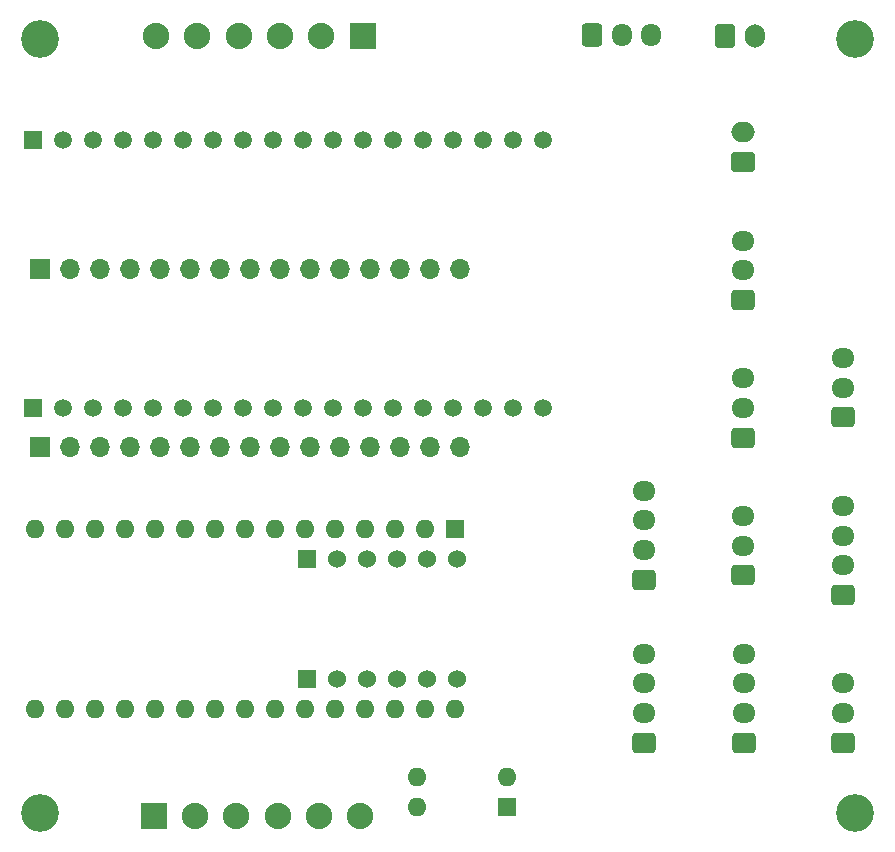
<source format=gbr>
%TF.GenerationSoftware,KiCad,Pcbnew,(6.0.4-0)*%
%TF.CreationDate,2022-09-02T16:24:51+01:00*%
%TF.ProjectId,eChook Wireless Board,6543686f-6f6b-4205-9769-72656c657373,rev?*%
%TF.SameCoordinates,Original*%
%TF.FileFunction,Soldermask,Top*%
%TF.FilePolarity,Negative*%
%FSLAX46Y46*%
G04 Gerber Fmt 4.6, Leading zero omitted, Abs format (unit mm)*
G04 Created by KiCad (PCBNEW (6.0.4-0)) date 2022-09-02 16:24:51*
%MOMM*%
%LPD*%
G01*
G04 APERTURE LIST*
G04 Aperture macros list*
%AMRoundRect*
0 Rectangle with rounded corners*
0 $1 Rounding radius*
0 $2 $3 $4 $5 $6 $7 $8 $9 X,Y pos of 4 corners*
0 Add a 4 corners polygon primitive as box body*
4,1,4,$2,$3,$4,$5,$6,$7,$8,$9,$2,$3,0*
0 Add four circle primitives for the rounded corners*
1,1,$1+$1,$2,$3*
1,1,$1+$1,$4,$5*
1,1,$1+$1,$6,$7*
1,1,$1+$1,$8,$9*
0 Add four rect primitives between the rounded corners*
20,1,$1+$1,$2,$3,$4,$5,0*
20,1,$1+$1,$4,$5,$6,$7,0*
20,1,$1+$1,$6,$7,$8,$9,0*
20,1,$1+$1,$8,$9,$2,$3,0*%
G04 Aperture macros list end*
%ADD10R,1.498600X1.498600*%
%ADD11C,1.498600*%
%ADD12RoundRect,0.250000X-0.600000X-0.750000X0.600000X-0.750000X0.600000X0.750000X-0.600000X0.750000X0*%
%ADD13O,1.700000X2.000000*%
%ADD14RoundRect,0.250000X0.725000X-0.600000X0.725000X0.600000X-0.725000X0.600000X-0.725000X-0.600000X0*%
%ADD15O,1.950000X1.700000*%
%ADD16C,3.200000*%
%ADD17R,1.600000X1.600000*%
%ADD18O,1.600000X1.600000*%
%ADD19RoundRect,0.250000X0.750000X-0.600000X0.750000X0.600000X-0.750000X0.600000X-0.750000X-0.600000X0*%
%ADD20O,2.000000X1.700000*%
%ADD21RoundRect,0.101600X-1.016000X-1.016000X1.016000X-1.016000X1.016000X1.016000X-1.016000X1.016000X0*%
%ADD22C,2.235200*%
%ADD23RoundRect,0.250000X-0.600000X-0.725000X0.600000X-0.725000X0.600000X0.725000X-0.600000X0.725000X0*%
%ADD24O,1.700000X1.950000*%
%ADD25RoundRect,0.101600X1.016000X1.016000X-1.016000X1.016000X-1.016000X-1.016000X1.016000X-1.016000X0*%
%ADD26R,1.700000X1.700000*%
%ADD27O,1.700000X1.700000*%
%ADD28C,1.524000*%
%ADD29R,1.524000X1.524000*%
G04 APERTURE END LIST*
D10*
%TO.C,U2*%
X120920000Y-75500000D03*
D11*
X123460000Y-75500000D03*
X126000000Y-75500000D03*
X128540000Y-75500000D03*
X131080000Y-75500000D03*
X133620000Y-75500000D03*
X136160000Y-75500000D03*
X138700000Y-75500000D03*
X141240000Y-75500000D03*
X143780000Y-75500000D03*
X146320000Y-75500000D03*
X148860000Y-75500000D03*
X151400000Y-75500000D03*
X153940000Y-75500000D03*
X156480000Y-75500000D03*
X159020000Y-75500000D03*
X161560000Y-75500000D03*
X164100000Y-75500000D03*
X164100000Y-98233000D03*
X161560000Y-98233000D03*
X159020000Y-98233000D03*
X156480000Y-98233000D03*
X153940000Y-98233000D03*
X151400000Y-98233000D03*
X148860000Y-98233000D03*
X146320000Y-98233000D03*
X143780000Y-98233000D03*
X141240000Y-98233000D03*
X138700000Y-98233000D03*
X136160000Y-98233000D03*
X133620000Y-98233000D03*
X131080000Y-98233000D03*
X128540000Y-98233000D03*
X126000000Y-98233000D03*
X123460000Y-98233000D03*
D10*
X120920000Y-98233000D03*
%TD*%
D12*
%TO.C,J2*%
X179500000Y-66725000D03*
D13*
X182000000Y-66725000D03*
%TD*%
D14*
%TO.C,J12*%
X189475000Y-126550000D03*
D15*
X189475000Y-124050000D03*
X189475000Y-121550000D03*
%TD*%
D14*
%TO.C,J14*%
X189475000Y-99000000D03*
D15*
X189475000Y-96500000D03*
X189475000Y-94000000D03*
%TD*%
D14*
%TO.C,J6*%
X172625000Y-126550000D03*
D15*
X172625000Y-124050000D03*
X172625000Y-121550000D03*
X172625000Y-119050000D03*
%TD*%
D16*
%TO.C,A*%
X121500000Y-67000000D03*
%TD*%
D14*
%TO.C,J15*%
X189475000Y-114025000D03*
D15*
X189475000Y-111525000D03*
X189475000Y-109025000D03*
X189475000Y-106525000D03*
%TD*%
D16*
%TO.C,D*%
X190500000Y-132500000D03*
%TD*%
D14*
%TO.C,J10*%
X180975000Y-112387500D03*
D15*
X180975000Y-109887500D03*
X180975000Y-107387500D03*
%TD*%
D17*
%TO.C,SW1*%
X161017500Y-132025000D03*
D18*
X161017500Y-129485000D03*
X153397500Y-129485000D03*
X153397500Y-132025000D03*
%TD*%
D17*
%TO.C,A1*%
X156650000Y-108500000D03*
D18*
X154110000Y-108500000D03*
X151570000Y-108500000D03*
X149030000Y-108500000D03*
X146490000Y-108500000D03*
X143950000Y-108500000D03*
X141410000Y-108500000D03*
X138870000Y-108500000D03*
X136330000Y-108500000D03*
X133790000Y-108500000D03*
X131250000Y-108500000D03*
X128710000Y-108500000D03*
X126170000Y-108500000D03*
X123630000Y-108500000D03*
X121090000Y-108500000D03*
X121090000Y-123740000D03*
X123630000Y-123740000D03*
X126170000Y-123740000D03*
X128710000Y-123740000D03*
X131250000Y-123740000D03*
X133790000Y-123740000D03*
X136330000Y-123740000D03*
X138870000Y-123740000D03*
X141410000Y-123740000D03*
X143950000Y-123740000D03*
X146490000Y-123740000D03*
X149030000Y-123740000D03*
X151570000Y-123740000D03*
X154110000Y-123740000D03*
X156650000Y-123740000D03*
%TD*%
D16*
%TO.C,B*%
X190500000Y-67000000D03*
%TD*%
D14*
%TO.C,J8*%
X181050000Y-126550000D03*
D15*
X181050000Y-124050000D03*
X181050000Y-121550000D03*
X181050000Y-119050000D03*
%TD*%
D19*
%TO.C,J3*%
X180975000Y-77400000D03*
D20*
X180975000Y-74900000D03*
%TD*%
D21*
%TO.C,J16*%
X131100000Y-132800000D03*
D22*
X134597580Y-132800000D03*
X138097700Y-132800000D03*
X141597820Y-132800000D03*
X145097940Y-132800000D03*
X148598060Y-132800000D03*
%TD*%
D16*
%TO.C,C*%
X121500000Y-132500000D03*
%TD*%
D14*
%TO.C,J9*%
X180975000Y-100725000D03*
D15*
X180975000Y-98225000D03*
X180975000Y-95725000D03*
%TD*%
D14*
%TO.C,J5*%
X180975000Y-89062500D03*
D15*
X180975000Y-86562500D03*
X180975000Y-84062500D03*
%TD*%
D23*
%TO.C,J1*%
X168250000Y-66675000D03*
D24*
X170750000Y-66675000D03*
X173250000Y-66675000D03*
%TD*%
D25*
%TO.C,J17*%
X148800300Y-66700300D03*
D22*
X145302720Y-66700300D03*
X141802600Y-66700300D03*
X138302480Y-66700300D03*
X134802360Y-66700300D03*
X131302240Y-66700300D03*
%TD*%
D14*
%TO.C,J13*%
X172625000Y-112750000D03*
D15*
X172625000Y-110250000D03*
X172625000Y-107750000D03*
X172625000Y-105250000D03*
%TD*%
D26*
%TO.C,J7*%
X121440800Y-86498900D03*
D27*
X123980800Y-86498900D03*
X126520800Y-86498900D03*
X129060800Y-86498900D03*
X131600800Y-86498900D03*
X134140800Y-86498900D03*
X136680800Y-86498900D03*
X139220800Y-86498900D03*
X141760800Y-86498900D03*
X144300800Y-86498900D03*
X146840800Y-86498900D03*
X149380800Y-86498900D03*
X151920800Y-86498900D03*
X154460800Y-86498900D03*
X157000800Y-86498900D03*
%TD*%
D28*
%TO.C,U1*%
X151743700Y-121180000D03*
X151743700Y-111020000D03*
X149203700Y-121180000D03*
D29*
X144123700Y-121180000D03*
D28*
X146663700Y-121180000D03*
X154283700Y-121180000D03*
X156823700Y-121180000D03*
X149203700Y-111020000D03*
D29*
X144123700Y-111020000D03*
D28*
X146663700Y-111020000D03*
X154283700Y-111020000D03*
X156823700Y-111020000D03*
%TD*%
D26*
%TO.C,J4*%
X121440800Y-101499800D03*
D27*
X123980800Y-101499800D03*
X126520800Y-101499800D03*
X129060800Y-101499800D03*
X131600800Y-101499800D03*
X134140800Y-101499800D03*
X136680800Y-101499800D03*
X139220800Y-101499800D03*
X141760800Y-101499800D03*
X144300800Y-101499800D03*
X146840800Y-101499800D03*
X149380800Y-101499800D03*
X151920800Y-101499800D03*
X154460800Y-101499800D03*
X157000800Y-101499800D03*
%TD*%
M02*

</source>
